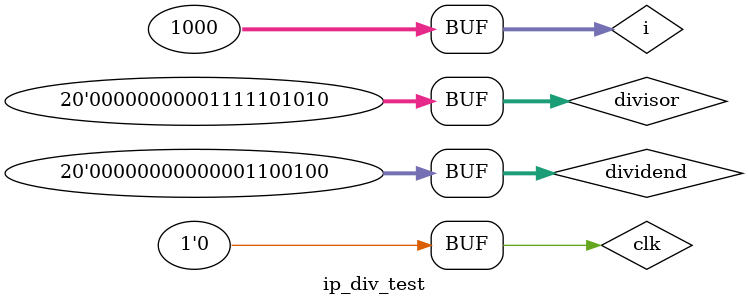
<source format=v>
`timescale 1ns / 1ps


module ip_div_test;

	// Inputs
	reg clk;
	reg [19:0] dividend;
	reg [19:0] divisor;

	// Outputs
	wire rfd;
	wire [19:0] quotient;
	wire [19:0] fractional;

	// Instantiate the Unit Under Test (UUT)
	ip_div uut (
		.rfd(rfd), 
		.clk(clk), 
		.dividend(dividend), 
		.quotient(quotient), 
		.divisor(divisor), 
		.fractional(fractional)
	);
	integer i;
	initial begin
		// Initialize Inputs
		clk = 0;
		dividend = 100;
		divisor = 2;

		// Wait 100 ns for global reset to finish
		#100;
      for(i=0;i<1000;i=i+1) begin
			clk = ~clk;
			divisor = divisor + 1;
			#5;
		end
		
		// Add stimulus here

	end
      
endmodule


</source>
